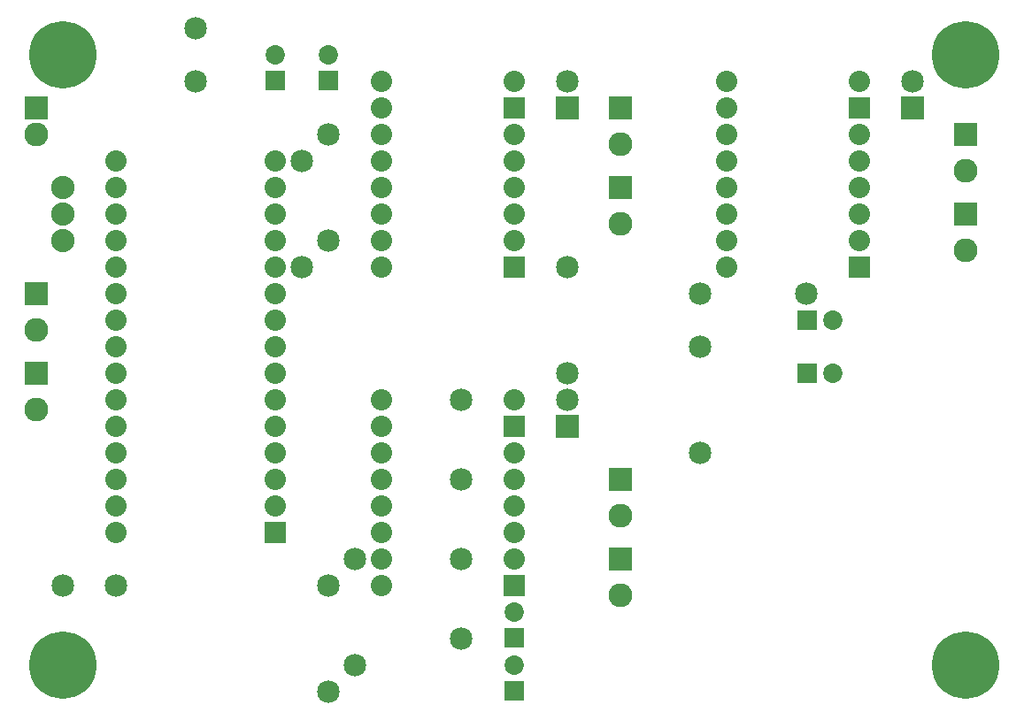
<source format=gbs>
G04 MADE WITH FRITZING*
G04 WWW.FRITZING.ORG*
G04 DOUBLE SIDED*
G04 HOLES PLATED*
G04 CONTOUR ON CENTER OF CONTOUR VECTOR*
%ASAXBY*%
%FSLAX23Y23*%
%MOIN*%
%OFA0B0*%
%SFA1.0B1.0*%
%ADD10C,0.254094*%
%ADD11C,0.085000*%
%ADD12C,0.072992*%
%ADD13C,0.080000*%
%ADD14C,0.090000*%
%ADD15C,0.088000*%
%ADD16R,0.072992X0.072992*%
%ADD17R,0.079972X0.080000*%
%ADD18R,0.080000X0.080000*%
%ADD19R,0.090000X0.090000*%
%ADD20R,0.085000X0.085000*%
%LNMASK0*%
G90*
G70*
G54D10*
X332Y269D03*
X332Y2569D03*
X3732Y2569D03*
X3732Y269D03*
G54D11*
X832Y2669D03*
X832Y2469D03*
X332Y569D03*
X532Y569D03*
X1432Y269D03*
X1432Y669D03*
X1432Y269D03*
X1432Y669D03*
X1332Y1869D03*
X1332Y2269D03*
X1332Y1869D03*
X1332Y2269D03*
X3132Y1669D03*
X2732Y1669D03*
X3132Y1669D03*
X2732Y1669D03*
G54D12*
X3134Y1569D03*
X3232Y1569D03*
X3134Y1569D03*
X3232Y1569D03*
X1332Y2471D03*
X1332Y2569D03*
X1332Y2471D03*
X1332Y2569D03*
X2032Y371D03*
X2032Y469D03*
X2032Y371D03*
X2032Y469D03*
X3134Y1369D03*
X3232Y1369D03*
X3134Y1369D03*
X3232Y1369D03*
G54D11*
X2732Y1069D03*
X2732Y1469D03*
X2732Y1069D03*
X2732Y1469D03*
G54D12*
X2032Y171D03*
X2032Y269D03*
X2032Y171D03*
X2032Y269D03*
G54D11*
X1332Y169D03*
X1332Y569D03*
X1332Y169D03*
X1332Y569D03*
G54D12*
X1132Y2471D03*
X1132Y2569D03*
X1132Y2471D03*
X1132Y2569D03*
G54D11*
X1232Y1769D03*
X1232Y2169D03*
X1232Y1769D03*
X1232Y2169D03*
G54D13*
X1132Y769D03*
X1132Y869D03*
X1132Y969D03*
X1132Y1069D03*
X1132Y1169D03*
X1132Y1269D03*
X1132Y1369D03*
X1132Y1469D03*
X1132Y1569D03*
X1132Y1669D03*
X1132Y1769D03*
X1132Y1869D03*
X1132Y1969D03*
X1132Y2069D03*
X1132Y2169D03*
X532Y769D03*
X532Y869D03*
X532Y969D03*
X532Y1069D03*
X532Y1169D03*
X532Y1269D03*
X532Y1369D03*
X532Y1469D03*
X532Y1569D03*
X532Y1669D03*
X532Y1769D03*
X532Y1869D03*
X532Y1969D03*
X532Y2069D03*
X532Y2169D03*
X1532Y2469D03*
X2032Y2469D03*
X1532Y2369D03*
X2032Y2369D03*
X1532Y2269D03*
X2032Y2269D03*
X1532Y2169D03*
X2032Y2169D03*
X1532Y2069D03*
X2032Y2069D03*
X1532Y1969D03*
X2032Y1969D03*
X1532Y1869D03*
X2032Y1869D03*
X1532Y1769D03*
X2032Y1769D03*
X1532Y1269D03*
X2032Y1269D03*
X1532Y1169D03*
X2032Y1169D03*
X1532Y1069D03*
X2032Y1069D03*
X1532Y969D03*
X2032Y969D03*
X1532Y869D03*
X2032Y869D03*
X1532Y769D03*
X2032Y769D03*
X1532Y669D03*
X2032Y669D03*
X1532Y569D03*
X2032Y569D03*
X2833Y2469D03*
X3333Y2469D03*
X2833Y2369D03*
X3333Y2369D03*
X2833Y2269D03*
X3333Y2269D03*
X2833Y2169D03*
X3333Y2169D03*
X2833Y2069D03*
X3333Y2069D03*
X2833Y1969D03*
X3333Y1969D03*
X2833Y1869D03*
X3333Y1869D03*
X2833Y1769D03*
X3333Y1769D03*
G54D14*
X232Y2369D03*
X232Y2269D03*
G54D11*
X2232Y1369D03*
X2232Y1769D03*
G54D14*
X2432Y2369D03*
X2432Y2232D03*
X2432Y2069D03*
X2432Y1932D03*
X3732Y2269D03*
X3732Y2132D03*
X3732Y1969D03*
X3732Y1832D03*
G54D11*
X3532Y2369D03*
X3532Y2469D03*
X2232Y1169D03*
X2232Y1269D03*
X2232Y2369D03*
X2232Y2469D03*
G54D14*
X2432Y969D03*
X2432Y832D03*
X2432Y669D03*
X2432Y532D03*
G54D11*
X1832Y669D03*
X1832Y369D03*
X1832Y1269D03*
X1832Y969D03*
G54D14*
X232Y1669D03*
X232Y1532D03*
X232Y1369D03*
X232Y1232D03*
G54D15*
X332Y2069D03*
X332Y1969D03*
X332Y1869D03*
G54D16*
X3134Y1569D03*
X3134Y1569D03*
X1332Y2471D03*
X1332Y2471D03*
X2032Y371D03*
X2032Y371D03*
X3134Y1369D03*
X3134Y1369D03*
X2032Y171D03*
X2032Y171D03*
X1132Y2471D03*
X1132Y2471D03*
G54D17*
X1132Y769D03*
G54D18*
X2032Y1769D03*
X2032Y2369D03*
X2032Y569D03*
X2032Y1169D03*
X3333Y1769D03*
X3333Y2369D03*
G54D19*
X232Y2369D03*
X2432Y2369D03*
X2432Y2069D03*
X3732Y2269D03*
X3732Y1969D03*
G54D20*
X3532Y2369D03*
X2232Y1169D03*
X2232Y2369D03*
G54D19*
X2432Y969D03*
X2432Y669D03*
X232Y1669D03*
X232Y1369D03*
G04 End of Mask0*
M02*
</source>
